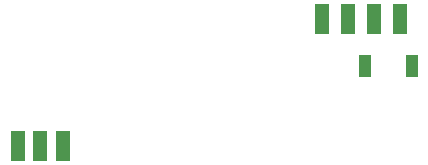
<source format=gbp>
G75*
G70*
%OFA0B0*%
%FSLAX24Y24*%
%IPPOS*%
%LPD*%
%AMOC8*
5,1,8,0,0,1.08239X$1,22.5*
%
%ADD10R,0.0400X0.0780*%
%ADD11R,0.0500X0.1000*%
D10*
X026425Y028020D03*
X028000Y028020D03*
D11*
X014851Y025343D03*
X015599Y025343D03*
X016347Y025343D03*
X025008Y029594D03*
X025874Y029594D03*
X026740Y029594D03*
X027607Y029594D03*
M02*

</source>
